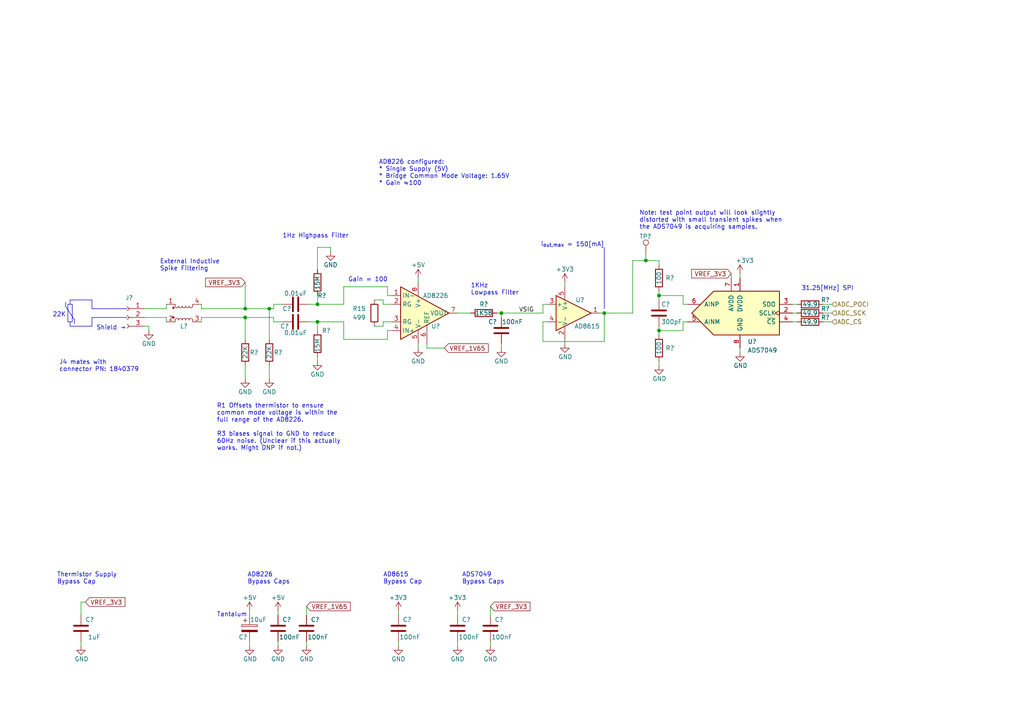
<source format=kicad_sch>
(kicad_sch (version 20230121) (generator eeschema)
  (paper "A4")
  (lib_symbols
    (symbol "Analog_ADC:ADS7049" (pin_names (offset 1.016))
      (property "Reference" "U" (at -7.62 -7.62 0))
      (property "Value" "ADS7049" (at 2.54 -7.62 0))
      (symbol "ADS7049_0_1"
        (polyline (pts (xy -13.97 0) (xy -7.62 6.35) (xy 11.43 6.35) (xy 11.43 -6.35) (xy -7.62 -6.35) (xy -13.97 0)) (stroke (width 0.254)) (fill (type background)))
      )
      (symbol "ADS7049_1_1"
        (pin power_in line (at 0 10.16 270) (length 3.81) (name "DVDD") (number "1"))
        (pin input clock (at 15.24 0 180) (length 3.81) (name "SCLK") (number "2"))
        (pin output line (at 15.24 2.54 180) (length 3.81) (name "SDO") (number "3"))
        (pin input line (at 15.24 -2.54 180) (length 3.81) (name "~{CS}") (number "4"))
        (pin input line (at -15.24 -2.54 0) (length 3.81) (name "AINM") (number "5"))
        (pin input line (at -15.24 2.54 0) (length 3.81) (name "AINP") (number "6"))
        (pin power_in line (at -2.54 10.16 270) (length 3.81) (name "AVDD") (number "7"))
        (pin power_in line (at 0 -10.16 90) (length 3.81) (name "GND") (number "8"))
      )
    )
    (symbol "Connector:Conn_01x03_Female" (pin_names (offset 1.016) hide)
      (property "Reference" "J" (at 0 5.08 0))
      (property "Value" "Conn_01x03_Female" (at 0 -5.08 0))
      (symbol "Conn_01x03_Female_1_1"
        (arc (start 0 -2.032) (mid -0.5058 -2.54) (end 0 -3.048) (stroke (width 0.1524)))
        (polyline (pts (xy -1.27 -2.54) (xy -0.508 -2.54)) (stroke (width 0.1524)))
        (polyline (pts (xy -1.27 0) (xy -0.508 0)) (stroke (width 0.1524)))
        (polyline (pts (xy -1.27 2.54) (xy -0.508 2.54)) (stroke (width 0.1524)))
        (arc (start 0 0.508) (mid -0.5058 0) (end 0 -0.508) (stroke (width 0.1524)))
        (arc (start 0 3.048) (mid -0.5058 2.54) (end 0 2.032) (stroke (width 0.1524)))
        (pin passive line (at -5.08 2.54 0) (length 3.81) (name "Pin_1") (number "1"))
        (pin passive line (at -5.08 0 0) (length 3.81) (name "Pin_2") (number "2"))
        (pin passive line (at -5.08 -2.54 0) (length 3.81) (name "Pin_3") (number "3"))
      )
    )
    (symbol "Connector:TestPoint" (pin_numbers hide) (pin_names (offset 0.762) hide)
      (property "Reference" "TP" (at 0 6.858 0))
      (property "Value" "TestPoint" (at 0 5.08 0))
      (symbol "TestPoint_0_1"
        (circle (center 0 3.302) (radius 0.762))
      )
      (symbol "TestPoint_1_1"
        (pin passive line (at 0 0 90) (length 2.54) (name "1") (number "1"))
      )
    )
    (symbol "Device:C" (pin_numbers hide) (pin_names (offset 0.254))
      (property "Reference" "C" (at 0.635 2.54 0))
      (property "Value" "C" (at 0.635 -2.54 0))
      (symbol "C_0_1"
        (polyline (pts (xy -2.032 -0.762) (xy 2.032 -0.762)) (stroke (width 0.508)))
        (polyline (pts (xy -2.032 0.762) (xy 2.032 0.762)) (stroke (width 0.508)))
      )
      (symbol "C_1_1"
        (pin passive line (at 0 3.81 270) (length 2.794) (name "~") (number "1"))
        (pin passive line (at 0 -3.81 90) (length 2.794) (name "~") (number "2"))
      )
    )
    (symbol "Device:C_Polarized" (pin_numbers hide) (pin_names (offset 0.254))
      (property "Reference" "C" (at 0.635 2.54 0))
      (property "Value" "C_Polarized" (at 0.635 -2.54 0))
      (symbol "C_Polarized_0_1"
        (rectangle (start -2.286 0.508) (end 2.286 1.016))
        (polyline (pts (xy -1.778 2.286) (xy -0.762 2.286)))
        (polyline (pts (xy -1.27 2.794) (xy -1.27 1.778)))
        (rectangle (start 2.286 -0.508) (end -2.286 -1.016) (fill (type outline)))
      )
      (symbol "C_Polarized_1_1"
        (pin passive line (at 0 3.81 270) (length 2.794) (name "~") (number "1"))
        (pin passive line (at 0 -3.81 90) (length 2.794) (name "~") (number "2"))
      )
    )
    (symbol "Device:L_Coupled_1423" (pin_names (offset 0.254) hide)
      (property "Reference" "L" (at 0 4.445 0))
      (property "Value" "L_Coupled_1423" (at 0 -4.445 0))
      (symbol "L_Coupled_1423_0_1"
        (circle (center -3.048 -1.27) (radius 0.254) (fill (type outline)))
        (circle (center -3.048 1.524) (radius 0.254) (fill (type outline)))
        (arc (start -2.54 2.032) (mid -2.032 1.5262) (end -1.524 2.032))
        (arc (start -1.524 -2.032) (mid -2.032 -1.5262) (end -2.54 -2.032))
        (arc (start -1.524 2.032) (mid -1.016 1.5262) (end -0.508 2.032))
        (arc (start -0.508 -2.032) (mid -1.016 -1.5262) (end -1.524 -2.032))
        (arc (start -0.508 2.032) (mid 0 1.5262) (end 0.508 2.032))
        (polyline (pts (xy -2.54 -2.032) (xy -2.54 -2.54)))
        (polyline (pts (xy -2.54 2.032) (xy -2.54 2.54)))
        (polyline (pts (xy 2.54 -2.032) (xy 2.54 -2.54)))
        (polyline (pts (xy 2.54 2.54) (xy 2.54 2.032)))
        (arc (start 0.508 -2.032) (mid 0 -1.5262) (end -0.508 -2.032))
        (arc (start 0.508 2.032) (mid 1.016 1.5262) (end 1.524 2.032))
        (arc (start 1.524 -2.032) (mid 1.016 -1.5262) (end 0.508 -2.032))
        (arc (start 1.524 2.032) (mid 2.032 1.5262) (end 2.54 2.032))
        (arc (start 2.54 -2.032) (mid 2.032 -1.5262) (end 1.524 -2.032))
      )
      (symbol "L_Coupled_1423_1_1"
        (pin passive line (at -5.08 2.54 0) (length 2.54) (name "1") (number "1"))
        (pin passive line (at -5.08 -2.54 0) (length 2.54) (name "2") (number "2"))
        (pin passive line (at 5.08 -2.54 180) (length 2.54) (name "3") (number "3"))
        (pin passive line (at 5.08 2.54 180) (length 2.54) (name "4") (number "4"))
      )
    )
    (symbol "Device:R" (pin_numbers hide) (pin_names (offset 0))
      (property "Reference" "R" (at 2.032 0 90))
      (property "Value" "R" (at 0 0 90))
      (symbol "R_0_1"
        (rectangle (start -1.016 -2.54) (end 1.016 2.54) (stroke (width 0.254)))
      )
      (symbol "R_1_1"
        (pin passive line (at 0 3.81 270) (length 1.27) (name "~") (number "1"))
        (pin passive line (at 0 -3.81 90) (length 1.27) (name "~") (number "2"))
      )
    )
    (symbol "kicad_component_library:AD8226" (pin_names (offset 0.5))
      (property "Reference" "U" (at 3.81 3.81 0))
      (property "Value" "AD8226" (at 3.81 -3.81 0))
      (symbol "AD8226_0_1"
        (polyline (pts (xy 8.89 0) (xy -5.08 7.62) (xy -5.08 -7.62) (xy 8.89 0)) (stroke (width 0.254)) (fill (type background)))
      )
      (symbol "AD8226_1_1"
        (pin input line (at -7.62 5.08 0) (length 2.54) (name "IN-") (number "1"))
        (pin passive line (at -7.62 2.54 0) (length 2.54) (name "RG") (number "2"))
        (pin passive line (at -7.62 -2.54 0) (length 2.54) (name "RG") (number "3"))
        (pin input line (at -7.62 -5.08 0) (length 2.54) (name "IN+") (number "4"))
        (pin power_in line (at 0 -8.89 90) (length 4) (name "V-") (number "5"))
        (pin input line (at 2.54 -8.89 90) (length 5.3) (name "REF") (number "6"))
        (pin output line (at 11.43 0 180) (length 2.54) (name "VOUT") (number "7"))
        (pin power_in line (at 0 8.89 270) (length 4) (name "V+") (number "8"))
      )
    )
    (symbol "kicad_component_library:AD8615" (pin_names (offset 0.127))
      (property "Reference" "U" (at 0 5.08 0))
      (property "Value" "AD8615" (at 0 -5.08 0))
      (symbol "AD8615_0_1"
        (polyline (pts (xy -5.08 5.08) (xy 5.08 0) (xy -5.08 -5.08) (xy -5.08 5.08)) (stroke (width 0.254)) (fill (type background)))
        (pin power_in line (at -2.54 -7.62 90) (length 3.81) (name "V-") (number "2"))
        (pin power_in line (at -2.54 7.62 270) (length 3.81) (name "V+") (number "5"))
      )
      (symbol "AD8615_1_1"
        (pin output line (at 7.62 0 180) (length 2.54) (name "~") (number "1"))
        (pin input line (at -7.62 2.54 0) (length 2.54) (name "+") (number "3"))
        (pin input line (at -7.62 -2.54 0) (length 2.54) (name "-") (number "4"))
      )
    )
    (symbol "power:+3V3" (power) (pin_names (offset 0))
      (property "Value" "+3V3" (at 0 3.556 0))
      (symbol "+3V3_0_1"
        (polyline (pts (xy -0.762 1.27) (xy 0 2.54)))
        (polyline (pts (xy 0 0) (xy 0 2.54)))
        (polyline (pts (xy 0 2.54) (xy 0.762 1.27)))
      )
      (symbol "+3V3_1_1"
        (pin power_in line (at 0 0 90) (length 0) hide (name "+3V3") (number "1"))
      )
    )
    (symbol "power:+5V" (power) (pin_names (offset 0))
      (property "Value" "+5V" (at 0 3.556 0))
      (symbol "+5V_0_1"
        (polyline (pts (xy -0.762 1.27) (xy 0 2.54)))
        (polyline (pts (xy 0 0) (xy 0 2.54)))
        (polyline (pts (xy 0 2.54) (xy 0.762 1.27)))
      )
      (symbol "+5V_1_1"
        (pin power_in line (at 0 0 90) (length 0) hide (name "+5V") (number "1"))
      )
    )
    (symbol "power:GND" (power) (pin_names (offset 0))
      (property "Value" "GND" (at 0 -3.81 0))
      (symbol "GND_0_1"
        (polyline (pts (xy 0 0) (xy 0 -1.27) (xy 1.27 -1.27) (xy 0 -2.54) (xy -1.27 -1.27) (xy 0 -1.27)))
      )
      (symbol "GND_1_1"
        (pin power_in line (at 0 0 270) (length 0) hide (name "GND") (number "1"))
      )
    )
  )
  (junction (at 145.415 90.805))
  (junction (at 175.26 90.805))
  (junction (at 92.075 88.265))
  (junction (at 191.135 85.725))
  (junction (at 78.105 89.535))
  (junction (at 191.135 95.885))
  (junction (at 71.12 89.535))
  (junction (at 92.075 93.345))
  (junction (at 187.325 75.565))
  (junction (at 71.12 92.075))
  (polyline (pts (xy 19.685 88.265) (xy 20.955 88.265)))
  (wire (pts (xy 58.42 92.075) (xy 71.12 92.075)))
  (polyline (pts (xy 21.59 92.71) (xy 21.59 93.98)))
  (wire (pts (xy 183.515 75.565) (xy 183.515 90.805)))
  (wire (pts (xy 183.515 75.565) (xy 187.325 75.565)))
  (wire (pts (xy 78.105 89.535) (xy 78.105 98.425)))
  (wire (pts (xy 115.57 186.055) (xy 115.57 187.325)))
  (polyline (pts (xy 26.67 86.995) (xy 26.67 89.535)))
  (polyline (pts (xy 20.32 93.345) (xy 20.32 94.615)))
  (wire (pts (xy 121.285 99.695) (xy 121.285 100.965)))
  (wire (pts (xy 71.12 92.075) (xy 71.12 98.425)))
  (wire (pts (xy 214.63 79.375) (xy 214.63 80.645)))
  (wire (pts (xy 163.83 81.915) (xy 163.83 83.185)))
  (wire (pts (xy 78.105 89.535) (xy 79.375 89.535)))
  (polyline (pts (xy 26.67 86.995) (xy 20.32 86.995)))
  (polyline (pts (xy 20.955 93.345) (xy 19.685 93.345)))
  (polyline (pts (xy 19.05 87.63) (xy 19.05 88.9)))
  (wire (pts (xy 80.645 177.165) (xy 80.645 178.435)))
  (wire (pts (xy 187.325 73.66) (xy 187.325 75.565)))
  (wire (pts (xy 92.075 93.345) (xy 92.075 95.885)))
  (wire (pts (xy 89.535 93.345) (xy 92.075 93.345)))
  (wire (pts (xy 92.075 88.265) (xy 92.075 85.725)))
  (wire (pts (xy 175.26 90.805) (xy 183.515 90.805)))
  (wire (pts (xy 112.395 95.885) (xy 112.395 98.425)))
  (wire (pts (xy 48.26 92.075) (xy 41.91 92.075)))
  (polyline (pts (xy 20.32 94.615) (xy 26.67 94.615)))
  (wire (pts (xy 191.135 94.615) (xy 191.135 95.885)))
  (wire (pts (xy 199.39 93.345) (xy 198.12 93.345)))
  (wire (pts (xy 92.075 93.345) (xy 99.695 93.345)))
  (wire (pts (xy 142.24 175.895) (xy 142.24 178.435)))
  (wire (pts (xy 43.18 94.615) (xy 43.18 95.885)))
  (wire (pts (xy 71.12 89.535) (xy 78.105 89.535)))
  (wire (pts (xy 41.91 89.535) (xy 48.26 89.535)))
  (wire (pts (xy 24.765 174.625) (xy 23.495 174.625)))
  (wire (pts (xy 23.495 186.055) (xy 23.495 187.325)))
  (wire (pts (xy 175.26 90.805) (xy 173.99 90.805)))
  (wire (pts (xy 78.105 106.045) (xy 78.105 109.855)))
  (wire (pts (xy 142.24 186.055) (xy 142.24 187.325)))
  (polyline (pts (xy 26.67 92.075) (xy 36.83 92.075)))
  (wire (pts (xy 157.48 93.345) (xy 157.48 99.06)))
  (polyline (pts (xy 19.05 88.9) (xy 21.59 92.71)))
  (wire (pts (xy 92.075 88.265) (xy 99.695 88.265)))
  (wire (pts (xy 99.695 83.185) (xy 112.395 83.185)))
  (wire (pts (xy 88.9 175.895) (xy 88.9 178.435)))
  (wire (pts (xy 41.91 94.615) (xy 43.18 94.615)))
  (wire (pts (xy 212.09 79.375) (xy 212.09 80.645)))
  (wire (pts (xy 191.135 95.885) (xy 191.135 97.155)))
  (wire (pts (xy 145.415 92.075) (xy 145.415 90.805)))
  (wire (pts (xy 79.375 88.265) (xy 81.915 88.265)))
  (wire (pts (xy 191.135 76.835) (xy 191.135 75.565)))
  (wire (pts (xy 191.135 84.455) (xy 191.135 85.725)))
  (wire (pts (xy 123.825 100.965) (xy 128.905 100.965)))
  (polyline (pts (xy 20.32 86.995) (xy 20.32 88.265)))
  (wire (pts (xy 238.76 93.345) (xy 241.3 93.345)))
  (wire (pts (xy 99.695 88.265) (xy 99.695 83.185)))
  (wire (pts (xy 79.375 92.075) (xy 79.375 93.345)))
  (wire (pts (xy 89.535 88.265) (xy 92.075 88.265)))
  (wire (pts (xy 157.48 88.265) (xy 157.48 90.805)))
  (wire (pts (xy 115.57 177.165) (xy 115.57 178.435)))
  (wire (pts (xy 198.12 93.345) (xy 198.12 95.885)))
  (polyline (pts (xy 36.83 89.535) (xy 26.67 89.535)))
  (wire (pts (xy 72.39 186.055) (xy 72.39 187.325)))
  (wire (pts (xy 112.395 98.425) (xy 99.695 98.425)))
  (polyline (pts (xy 26.67 94.615) (xy 26.67 92.075)))
  (wire (pts (xy 175.26 90.805) (xy 175.26 99.06)))
  (wire (pts (xy 58.42 92.075) (xy 58.42 93.345)))
  (wire (pts (xy 199.39 88.265) (xy 198.12 88.265)))
  (wire (pts (xy 95.885 71.755) (xy 95.885 73.025)))
  (wire (pts (xy 158.75 93.345) (xy 157.48 93.345)))
  (polyline (pts (xy 19.685 88.265) (xy 19.685 93.345)))
  (wire (pts (xy 111.125 94.615) (xy 111.125 93.345)))
  (wire (pts (xy 80.645 186.055) (xy 80.645 187.325)))
  (wire (pts (xy 113.665 95.885) (xy 112.395 95.885)))
  (wire (pts (xy 23.495 174.625) (xy 23.495 178.435)))
  (wire (pts (xy 132.715 186.055) (xy 132.715 187.325)))
  (wire (pts (xy 111.125 88.265) (xy 111.125 86.995)))
  (wire (pts (xy 58.42 89.535) (xy 58.42 88.265)))
  (wire (pts (xy 145.415 90.805) (xy 144.145 90.805)))
  (wire (pts (xy 111.125 86.995) (xy 108.585 86.995)))
  (wire (pts (xy 145.415 90.805) (xy 157.48 90.805)))
  (wire (pts (xy 111.125 93.345) (xy 113.665 93.345)))
  (wire (pts (xy 214.63 100.965) (xy 214.63 102.235)))
  (wire (pts (xy 145.415 99.695) (xy 145.415 100.965)))
  (wire (pts (xy 112.395 85.725) (xy 113.665 85.725)))
  (wire (pts (xy 71.12 106.045) (xy 71.12 109.855)))
  (wire (pts (xy 191.135 75.565) (xy 187.325 75.565)))
  (wire (pts (xy 191.135 104.775) (xy 191.135 106.045)))
  (wire (pts (xy 108.585 94.615) (xy 111.125 94.615)))
  (wire (pts (xy 92.075 71.755) (xy 92.075 78.105)))
  (wire (pts (xy 238.76 90.805) (xy 241.3 90.805)))
  (wire (pts (xy 92.075 103.505) (xy 92.075 104.775)))
  (wire (pts (xy 92.075 71.755) (xy 95.885 71.755)))
  (wire (pts (xy 163.83 98.425) (xy 163.83 99.695)))
  (wire (pts (xy 191.135 85.725) (xy 191.135 86.995)))
  (wire (pts (xy 79.375 93.345) (xy 81.915 93.345)))
  (wire (pts (xy 72.39 177.165) (xy 72.39 178.435)))
  (wire (pts (xy 88.9 186.055) (xy 88.9 187.325)))
  (wire (pts (xy 238.76 88.265) (xy 241.3 88.265)))
  (wire (pts (xy 132.715 177.165) (xy 132.715 178.435)))
  (wire (pts (xy 229.87 88.265) (xy 231.14 88.265)))
  (wire (pts (xy 229.87 90.805) (xy 231.14 90.805)))
  (wire (pts (xy 132.715 90.805) (xy 136.525 90.805)))
  (wire (pts (xy 157.48 88.265) (xy 158.75 88.265)))
  (wire (pts (xy 198.12 88.265) (xy 198.12 85.725)))
  (wire (pts (xy 79.375 89.535) (xy 79.375 88.265)))
  (wire (pts (xy 198.12 95.885) (xy 191.135 95.885)))
  (wire (pts (xy 71.12 81.915) (xy 71.12 89.535)))
  (wire (pts (xy 99.695 98.425) (xy 99.695 93.345)))
  (wire (pts (xy 157.48 99.06) (xy 175.26 99.06)))
  (polyline (pts (xy 175.26 71.755) (xy 175.26 89.535)))
  (wire (pts (xy 198.12 85.725) (xy 191.135 85.725)))
  (wire (pts (xy 71.12 92.075) (xy 79.375 92.075)))
  (wire (pts (xy 123.825 99.695) (xy 123.825 100.965)))
  (wire (pts (xy 113.665 88.265) (xy 111.125 88.265)))
  (wire (pts (xy 112.395 83.185) (xy 112.395 85.725)))
  (polyline (pts (xy 20.955 88.265) (xy 20.955 93.345)))
  (wire (pts (xy 58.42 89.535) (xy 71.12 89.535)))
  (wire (pts (xy 229.87 93.345) (xy 231.14 93.345)))
  (wire (pts (xy 121.285 80.645) (xy 121.285 81.915)))
  (wire (pts (xy 48.26 93.345) (xy 48.26 92.075)))
  (wire (pts (xy 48.26 89.535) (xy 48.26 88.265)))
  (text "J4 mates with \nconnector PN: 1840379" (at 17.145 107.95 0) (effects (font (size 1.27 1.27)) (justify left bottom)))
  (text "Thermistor Supply\nBypass Cap" (at 16.51 169.545 0) (effects (font (size 1.27 1.27)) (justify left bottom)))
  (text "Shield →" (at 27.94 95.885 0) (effects (font (size 1.27 1.27)) (justify left bottom)))
  (text "Tantalum" (at 62.865 179.07 0) (effects (font (size 1.27 1.27)) (justify left bottom)))
  (text "Note: test point output will look slightly \ndistorted with small transient spikes when\nthe ADS7049 is acquiring samples." (at 185.42 66.675 0) (effects (font (size 1.27 1.27)) (justify left bottom)))
  (text "i_{out,max} = 150[mA]" (at 175.26 71.755 0) (effects (font (size 1.27 1.27)) (justify right bottom)))
  (text "ADS7049\nBypass Caps" (at 133.985 169.545 0) (effects (font (size 1.27 1.27)) (justify left bottom)))
  (text "R1 Offsets thermistor to ensure \ncommon mode voltage is within the \nfull range of the AD8226.\n\nR3 biases signal to GND to reduce\n60Hz noise. (Unclear if this actually\nworks. Might DNP if not.)" (at 62.865 130.81 0) (effects (font (size 1.27 1.27)) (justify left bottom)))
  (text "1Hz Highpass Filter" (at 81.915 69.215 0) (effects (font (size 1.27 1.27)) (justify left bottom)))
  (text "AD8615\nBypass Cap" (at 111.125 169.545 0) (effects (font (size 1.27 1.27)) (justify left bottom)))
  (text "AD8226 configured:\n* Single Supply (5V)\n* Bridge Common Mode Voltage: 1.65V\n* Gain ≈100" (at 109.855 53.975 0) (effects (font (size 1.27 1.27)) (justify left bottom)))
  (text "31.25[MHz] SPI" (at 232.41 84.455 0) (effects (font (size 1.27 1.27)) (justify left bottom)))
  (text "External Inductive\nSpike Filtering" (at 46.355 78.74 0) (effects (font (size 1.27 1.27)) (justify left bottom)))
  (text "22K" (at 15.24 92.075 0) (effects (font (size 1.27 1.27)) (justify left bottom)))
  (text "AD8226\nBypass Caps" (at 71.755 169.545 0) (effects (font (size 1.27 1.27)) (justify left bottom)))
  (text "1KHz\nLowpass Filter" (at 136.525 85.725 0) (effects (font (size 1.27 1.27)) (justify left bottom)))
  (text "Gain = 100" (at 100.965 81.915 0) (effects (font (size 1.27 1.27)) (justify left bottom)))
  (label "VSIG" (at 150.495 90.805 0))
  (global_label "VREF_3V3" (shape input) (at 212.09 79.375 180) (property "Intersheetrefs" "${INTERSHEET_REFS}" (effects hide)))
  (global_label "VREF_3V3" (shape input) (at 24.765 174.625 0) (property "Intersheetrefs" "${INTERSHEET_REFS}" (effects hide)))
  (global_label "VREF_3V3" (shape input) (at 71.12 81.915 180) (property "Intersheetrefs" "${INTERSHEET_REFS}" (effects hide)))
  (global_label "VREF_3V3" (shape input) (at 142.24 175.895 0) (property "Intersheetrefs" "${INTERSHEET_REFS}" (effects hide)))
  (global_label "VREF_1V65" (shape input) (at 88.9 175.895 0) (property "Intersheetrefs" "${INTERSHEET_REFS}" (effects hide)))
  (global_label "VREF_1V65" (shape input) (at 128.905 100.965 0) (property "Intersheetrefs" "${INTERSHEET_REFS}" (effects hide)))
  (hierarchical_label "ADC_POCI" (shape input) (at 241.3 88.265 0))
  (hierarchical_label "ADC_CS" (shape input) (at 241.3 93.345 0))
  (hierarchical_label "ADC_SCK" (shape input) (at 241.3 90.805 0))
  (symbol (lib_id "Device:C") (at 115.57 182.245 180) (unit 1)
    (property "Reference" "C?" (at 119.38 179.705 0) (effects (justify left)))
    (property "Value" "100nF" (at 121.92 184.785 0) (effects (justify left)))
    (property "Footprint" "Capacitor_SMD:C_0402_1005Metric" (effects hide))
    (property "Datasheet" "http://www.passivecomponent.com/wp-content/uploads/datasheet/WTC_MLCC_General_Purpose.pdf" (effects hide))
    (property "Link" "https://www.digikey.com/en/products/detail/walsin-technology-corporation/0402B104K160CT/6707534" (effects hide))
    (property "Manufacturer" "Walson Technology Corporation" (effects hide))
    (property "Manufacturer Number" "0402B104K160CT" (effects hide))
    (property "Rated Voltage" "16V" (effects hide))
    (property "Temperature Coefficient" "X7R" (effects hide))
    (property "Tolerance" "10%" (effects hide))
    (property "PCBWay Link" "https://www.pcbway.com/components/detail/0402B104K160CT/307171/" (effects hide))
    (property "Voltage" "16V" (effects hide))
    (instances (project "sniff_detector" (path "" (reference "C?") (unit 1)) (path "" (reference "C30") (unit 1))) (project "harp_treadmill" (path "" (reference "C?") (unit 1)) (path "" (reference "C?") (unit 1)) (path "" (reference "C?") (unit 1))))
  )
  (symbol (lib_id "power:+3V3") (at 115.57 177.165 0) (mirror y) (unit 1)
    (property "Reference" "#PWR?" (effects hide))
    (property "Value" "+3V3" (at 118.11 173.355 0) (effects (justify left)))
    (instances (project "sniff_detector" (path "" (reference "#PWR?") (unit 1)) (path "" (reference "#PWR062") (unit 1))) (project "harp_treadmill" (path "" (reference "#PWR?") (unit 1)) (path "" (reference "#PWR?") (unit 1)) (path "" (reference "#PWR?") (unit 1))))
  )
  (symbol (lib_id "Device:C") (at 191.135 90.805 0) (unit 1)
    (property "Reference" "C?" (at 191.77 88.265 0) (effects (justify left)))
    (property "Value" "300pF" (at 191.77 93.345 0) (effects (justify left)))
    (property "Footprint" "Capacitor_SMD:C_0402_1005Metric" (effects hide))
    (property "Datasheet" "https://search.murata.co.jp/Ceramy/image/img/A01X/G101/ENG/GCM1555C1H301FA16-01.pdf" (effects hide))
    (property "Link" "https://www.digikey.com/en/products/detail/murata-electronics/GCM1555C1H301FA16D/11618636" (effects hide))
    (property "Manufacturer Number" "GCM1555C1H301FA16D" (effects hide))
    (property "Manufacturer" "Murata Electronics" (effects hide))
    (property "Notes" "NP0" (effects hide))
    (property "Tolerance" "1%" (effects hide))
    (instances (project "sniff_detector" (path "" (reference "C?") (unit 1)) (path "" (reference "C52") (unit 1))) (project "harp_treadmill" (path "" (reference "C?") (unit 1))))
  )
  (symbol (lib_id "Device:C_Polarized") (at 72.39 182.245 0) (unit 1)
    (property "Reference" "C?" (at 70.485 184.785 0))
    (property "Value" "10uF" (at 74.93 179.705 0))
    (property "Footprint" "Capacitor_SMD:C_0805_2012Metric" (effects hide))
    (property "Datasheet" "https://connect.kemet.com:7667/gateway/IntelliData-ComponentDocumentation/1.0/download/specsheet/T529P106M010AAE200" (effects hide))
    (property "Link" "https://www.digikey.com/en/products/detail/kemet/T529P106M010AAE200/8582783" (effects hide))
    (property "Manufacturer" "Kemet" (effects hide))
    (property "Manufacturer Number" "T529P106M010AAE200" (effects hide))
    (property "Rated Voltage" "10V" (effects hide))
    (property "Tolerance" "20%" (effects hide))
    (property "Notes" "polarized, anode band" (effects hide))
    (property "Voltage" "10V" (effects hide))
    (instances (project "sniff_detector" (path "" (reference "C?") (unit 1)) (path "" (reference "C20") (unit 1))) (project "harp_treadmill" (path "" (reference "C?") (unit 1))))
  )
  (symbol (lib_id "Device:C") (at 142.24 182.245 180) (unit 1)
    (property "Reference" "C?" (at 146.05 179.705 0) (effects (justify left)))
    (property "Value" "100nF" (at 148.59 184.785 0) (effects (justify left)))
    (property "Footprint" "Capacitor_SMD:C_0402_1005Metric" (effects hide))
    (property "Datasheet" "http://www.passivecomponent.com/wp-content/uploads/datasheet/WTC_MLCC_General_Purpose.pdf" (effects hide))
    (property "Link" "https://www.digikey.com/en/products/detail/walsin-technology-corporation/0402B104K160CT/6707534" (effects hide))
    (property "Manufacturer" "Walson Technology Corporation" (effects hide))
    (property "Manufacturer Number" "0402B104K160CT" (effects hide))
    (property "Rated Voltage" "16V" (effects hide))
    (property "Temperature Coefficient" "X7R" (effects hide))
    (property "Tolerance" "10%" (effects hide))
    (property "PCBWay Link" "https://www.pcbway.com/components/detail/0402B104K160CT/307171/" (effects hide))
    (property "Voltage" "16V" (effects hide))
    (instances (project "sniff_detector" (path "" (reference "C?") (unit 1)) (path "" (reference "C33") (unit 1))) (project "harp_treadmill" (path "" (reference "C?") (unit 1)) (path "" (reference "C?") (unit 1)) (path "" (reference "C?") (unit 1))))
  )
  (symbol (lib_id "Device:C") (at 145.415 95.885 0) (unit 1)
    (property "Reference" "C?" (at 142.875 93.345 0))
    (property "Value" "100nF" (at 148.59 93.345 0))
    (property "Footprint" "Capacitor_SMD:C_0402_1005Metric" (effects hide))
    (property "Datasheet" "http://www.passivecomponent.com/wp-content/uploads/datasheet/WTC_MLCC_General_Purpose.pdf" (effects hide))
    (property "Link" "https://www.digikey.com/en/products/detail/walsin-technology-corporation/0402B104K160CT/6707534" (effects hide))
    (property "Manufacturer" "Walson Technology Corporation" (effects hide))
    (property "Manufacturer Number" "0402B104K160CT" (effects hide))
    (property "Tolerance" "10%" (effects hide))
    (property "Voltage" "16V" (effects hide))
    (property "PCBWay Link" "https://www.pcbway.com/components/detail/0402B104K160CT/307171/" (effects hide))
    (property "Rated Voltage" "16V" (effects hide))
    (property "Temperature Coefficient" "X7R" (effects hide))
    (instances (project "sniff_detector" (path "" (reference "C?") (unit 1)) (path "" (reference "C34") (unit 1))))
  )
  (symbol (lib_id "power:+3V3") (at 163.83 81.915 0) (unit 1)
    (property "Reference" "#PWR?" (effects hide))
    (property "Value" "+3V3" (at 163.83 78.105 0))
    (instances (project "sniff_detector" (path "" (reference "#PWR?") (unit 1)) (path "" (reference "#PWR070") (unit 1))) (project "harp_treadmill" (path "" (reference "#PWR?") (unit 1)) (path "" (reference "#PWR?") (unit 1))))
  )
  (symbol (lib_id "power:GND") (at 132.715 187.325 0) (unit 1)
    (property "Reference" "#PWR?" (effects hide))
    (property "Value" "GND" (at 132.715 191.135 0))
    (instances (project "sniff_detector" (path "" (reference "#PWR?") (unit 1)) (path "" (reference "#PWR068") (unit 1))) (project "harp_treadmill" (path "" (reference "#PWR?") (unit 1)) (path "" (reference "#PWR?") (unit 1)) (path "" (reference "#PWR?") (unit 1))))
  )
  (symbol (lib_id "kicad_component_library:AD8615") (at 166.37 90.805 0) (unit 1)
    (property "Reference" "U?" (at 169.545 86.995 0) (effects (justify right)))
    (property "Value" "AD8615" (at 173.99 94.615 0) (effects (justify right)))
    (property "Footprint" "Package_TO_SOT_SMD:TSOT-23-5" (effects hide))
    (property "Datasheet" "https://www.analog.com/media/en/technical-documentation/data-sheets/AD8615_8616_8618.pdf" (effects hide))
    (property "Manufacturer" "Analog Devices Inc." (effects hide))
    (property "Link" "https://www.digikey.com/en/products/detail/analog-devices-inc/AD8615AUJZ-REEL/993826" (effects hide))
    (property "Manufacturer Number" "AD8615AUJZ-REEL" (effects hide))
    (instances (project "sniff_detector" (path "" (reference "U?") (unit 1)) (path "" (reference "U6") (unit 1))) (project "harp_treadmill" (path "" (reference "U?") (unit 1)) (path "" (reference "U?") (unit 1))))
  )
  (symbol (lib_id "power:GND") (at 115.57 187.325 0) (unit 1)
    (property "Reference" "#PWR?" (effects hide))
    (property "Value" "GND" (at 115.57 191.135 0))
    (instances (project "sniff_detector" (path "" (reference "#PWR?") (unit 1)) (path "" (reference "#PWR063") (unit 1))) (project "harp_treadmill" (path "" (reference "#PWR?") (unit 1)) (path "" (reference "#PWR?") (unit 1)) (path "" (reference "#PWR?") (unit 1))))
  )
  (symbol (lib_id "Device:C") (at 80.645 182.245 180) (unit 1)
    (property "Reference" "C?" (at 84.455 179.705 0) (effects (justify left)))
    (property "Value" "100nF" (at 86.995 184.785 0) (effects (justify left)))
    (property "Footprint" "Capacitor_SMD:C_0402_1005Metric" (effects hide))
    (property "Datasheet" "http://www.passivecomponent.com/wp-content/uploads/datasheet/WTC_MLCC_General_Purpose.pdf" (effects hide))
    (property "Link" "https://www.digikey.com/en/products/detail/walsin-technology-corporation/0402B104K160CT/6707534" (effects hide))
    (property "Manufacturer" "Walson Technology Corporation" (effects hide))
    (property "Manufacturer Number" "0402B104K160CT" (effects hide))
    (property "Rated Voltage" "16V" (effects hide))
    (property "Temperature Coefficient" "X7R" (effects hide))
    (property "Tolerance" "10%" (effects hide))
    (property "PCBWay Link" "https://www.pcbway.com/components/detail/0402B104K160CT/307171/" (effects hide))
    (property "Voltage" "16V" (effects hide))
    (instances (project "sniff_detector" (path "" (reference "C?") (unit 1)) (path "" (reference "C21") (unit 1))) (project "harp_treadmill" (path "" (reference "C?") (unit 1)) (path "" (reference "C?") (unit 1))))
  )
  (symbol (lib_id "power:GND") (at 95.885 73.025 0) (unit 1)
    (property "Reference" "#PWR?" (effects hide))
    (property "Value" "GND" (at 95.885 76.835 0))
    (instances (project "sniff_detector" (path "" (reference "#PWR?") (unit 1)) (path "" (reference "#PWR043") (unit 1))) (project "harp_treadmill" (path "" (reference "#PWR?") (unit 1)) (path "" (reference "#PWR?") (unit 1)) (path "" (reference "#PWR?") (unit 1))))
  )
  (symbol (lib_id "Device:C") (at 23.495 182.245 0) (mirror x) (unit 1)
    (property "Reference" "C?" (at 26.035 179.705 0))
    (property "Value" "1uF" (at 27.305 184.785 0))
    (property "Footprint" "Capacitor_SMD:C_0402_1005Metric" (effects hide))
    (property "Datasheet" "https://search.murata.co.jp/Ceramy/image/img/A01X/G101/ENG/GRM155R6YA105KE11-01.pdf" (effects hide))
    (property "Link" "https://www.digikey.com/en/products/detail/murata-electronics/GRM155R6YA105KE11J/4905163" (effects hide))
    (property "Manufacturer" "Murata Electronics" (effects hide))
    (property "Manufacturer Number" "GRM155R6YA105KE11J" (effects hide))
    (property "Voltage" "35V" (effects hide))
    (property "Rated Voltage" "35V" (effects hide))
    (property "Temperature Coefficient" "X5R" (effects hide))
    (instances (project "sniff_detector" (path "" (reference "C?") (unit 1)) (path "" (reference "C4") (unit 1))))
  )
  (symbol (lib_id "Device:R") (at 92.075 99.695 0) (unit 1)
    (property "Reference" "R?" (at 93.345 95.885 0) (effects (justify left)))
    (property "Value" "15M" (at 92.075 102.235 90) (effects (justify left)))
    (property "Footprint" "Resistor_SMD:R_1206_3216Metric" (effects hide))
    (property "Datasheet" "https://www.vishay.com/docs/68043/crma.pdf" (effects hide))
    (property "Link" "https://www.digikey.com/en/products/detail/vishay-techno/CRMA1206AF15M0FKEF/13998654" (effects hide))
    (property "Manufacturer Number" "CRMA1206AF15M0FKEF" (effects hide))
    (property "Manufacturer" "Vishay Dale" (effects hide))
    (property "Tolerance" "1%" (effects hide))
    (property "Vendor Number" "3579-CRMA1206AF15M0FKEFDKR-ND" (effects hide))
    (instances (project "sniff_detector" (path "" (reference "R?") (unit 1)) (path "" (reference "R14") (unit 1))))
  )
  (symbol (lib_id "power:GND") (at 145.415 100.965 0) (unit 1)
    (property "Reference" "#PWR?" (effects hide))
    (property "Value" "GND" (at 145.415 104.775 0))
    (instances (project "sniff_detector" (path "" (reference "#PWR?") (unit 1)) (path "" (reference "#PWR011") (unit 1))) (project "harp_treadmill" (path "" (reference "#PWR?") (unit 1)) (path "" (reference "#PWR?") (unit 1)) (path "" (reference "#PWR?") (unit 1))))
  )
  (symbol (lib_id "Device:R") (at 78.105 102.235 0) (unit 1)
    (property "Reference" "R?" (at 79.375 102.235 0) (effects (justify left)))
    (property "Value" "22K" (at 78.105 104.14 90) (effects (justify left)))
    (property "Footprint" "Resistor_SMD:R_0603_1608Metric" (effects hide))
    (property "Datasheet" "https://industrial.panasonic.com/cdbs/www-data/pdf/RDM0000/AOA0000C307.pdf" (effects hide))
    (property "Link" "https://www.digikey.com/en/products/detail/panasonic-electronic-components/ERA-3AEB223V/1465886" (effects hide))
    (property "Manufacturer" "Panasonic Electronic Components" (effects hide))
    (property "Manufacturer Number" "ERA-3AEB223V" (effects hide))
    (property "Tolerance" "0.1%" (effects hide))
    (property "PCBWay Link" "https://www.pcbway.com/components/detail/ERA3AEB223V/322519/" (effects hide))
    (instances (project "sniff_detector" (path "" (reference "R?") (unit 1)) (path "" (reference "R18") (unit 1))))
  )
  (symbol (lib_id "Device:C") (at 132.715 182.245 180) (unit 1)
    (property "Reference" "C?" (at 136.525 179.705 0) (effects (justify left)))
    (property "Value" "100nF" (at 139.065 184.785 0) (effects (justify left)))
    (property "Footprint" "Capacitor_SMD:C_0402_1005Metric" (effects hide))
    (property "Datasheet" "http://www.passivecomponent.com/wp-content/uploads/datasheet/WTC_MLCC_General_Purpose.pdf" (effects hide))
    (property "Link" "https://www.digikey.com/en/products/detail/walsin-technology-corporation/0402B104K160CT/6707534" (effects hide))
    (property "Manufacturer" "Walson Technology Corporation" (effects hide))
    (property "Manufacturer Number" "0402B104K160CT" (effects hide))
    (property "Rated Voltage" "16V" (effects hide))
    (property "Temperature Coefficient" "X7R" (effects hide))
    (property "Tolerance" "10%" (effects hide))
    (property "PCBWay Link" "https://www.pcbway.com/components/detail/0402B104K160CT/307171/" (effects hide))
    (property "Voltage" "16V" (effects hide))
    (instances (project "sniff_detector" (path "" (reference "C?") (unit 1)) (path "" (reference "C31") (unit 1))) (project "harp_treadmill" (path "" (reference "C?") (unit 1)) (path "" (reference "C?") (unit 1)) (path "" (reference "C?") (unit 1))))
  )
  (symbol (lib_id "Device:C") (at 85.725 88.265 90) (mirror x) (unit 1)
    (property "Reference" "C?" (at 83.185 89.535 90))
    (property "Value" "0.01uF" (at 85.725 85.09 90))
    (property "Footprint" "Capacitor_SMD:C_1206_3216Metric" (effects hide))
    (property "Link" "https://www.digikey.com/en/products/detail/yageo/cc1206fknpo9bn103/11492165" (effects hide))
    (property "Manufacturer" "Yageo" (effects hide))
    (property "Manufacturer Number" "CC1206FKNPO9BN103" (effects hide))
    (property "Tolerance" "1%" (effects hide))
    (property "Vendor Number" "13-CC1206FKNPO9BN103DKR-ND" (effects hide))
    (instances (project "sniff_detector" (path "" (reference "C?") (unit 1)) (path "" (reference "C27") (unit 1))))
  )
  (symbol (lib_id "power:GND") (at 163.83 99.695 0) (unit 1)
    (property "Reference" "#PWR?" (effects hide))
    (property "Value" "GND" (at 161.925 103.505 0) (effects (justify left)))
    (instances (project "sniff_detector" (path "" (reference "#PWR?") (unit 1)) (path "" (reference "#PWR071") (unit 1))) (project "harp_treadmill" (path "" (reference "#PWR?") (unit 1)) (path "" (reference "#PWR?") (unit 1)) (path "" (reference "#PWR?") (unit 1))))
  )
  (symbol (lib_id "power:+5V") (at 80.645 177.165 0) (unit 1)
    (property "Reference" "#PWR?" (effects hide))
    (property "Value" "+5V" (at 80.645 173.355 0))
    (instances (project "sniff_detector" (path "" (reference "#PWR?") (unit 1)) (path "" (reference "#PWR059") (unit 1))) (project "harp_treadmill" (path "" (reference "#PWR?") (unit 1))))
  )
  (symbol (lib_id "Device:R") (at 234.95 90.805 90) (unit 1)
    (property "Reference" "R?" (at 239.395 89.535 90))
    (property "Value" "49.9" (at 234.95 90.805 90))
    (property "Footprint" "Resistor_SMD:R_0402_1005Metric" (effects hide))
    (property "Datasheet" "https://www.yageo.com/upload/media/product/productsearch/datasheet/rchip/PYu-RC_Group_51_RoHS_L_12.pdf" (effects hide))
    (property "Link" "https://www.digikey.com/en/products/detail/yageo/RC0402FR-7W49R9L/12698836" (effects hide))
    (property "Manufacturer" "Yageo" (effects hide))
    (property "Manufacturer Number" "RC0402FR-7W49R9L" (effects hide))
    (instances (project "sniff_detector" (path "" (reference "R?") (unit 1)) (path "" (reference "R29") (unit 1))) (project "harp_treadmill" (path "" (reference "R?") (unit 1))))
  )
  (symbol (lib_id "power:GND") (at 92.075 104.775 0) (unit 1)
    (property "Reference" "#PWR?" (effects hide))
    (property "Value" "GND" (at 92.075 108.585 0))
    (instances (project "sniff_detector" (path "" (reference "#PWR?") (unit 1)) (path "" (reference "#PWR040") (unit 1))) (project "harp_treadmill" (path "" (reference "#PWR?") (unit 1)) (path "" (reference "#PWR?") (unit 1)) (path "" (reference "#PWR?") (unit 1))))
  )
  (symbol (lib_id "power:GND") (at 71.12 109.855 0) (unit 1)
    (property "Reference" "#PWR?" (effects hide))
    (property "Value" "GND" (at 71.12 113.665 0))
    (instances (project "sniff_detector" (path "" (reference "#PWR?") (unit 1)) (path "" (reference "#PWR042") (unit 1))) (project "harp_treadmill" (path "" (reference "#PWR?") (unit 1)) (path "" (reference "#PWR?") (unit 1)) (path "" (reference "#PWR?") (unit 1))))
  )
  (symbol (lib_id "power:GND") (at 142.24 187.325 0) (unit 1)
    (property "Reference" "#PWR?" (effects hide))
    (property "Value" "GND" (at 142.24 191.135 0))
    (instances (project "sniff_detector" (path "" (reference "#PWR?") (unit 1)) (path "" (reference "#PWR069") (unit 1))) (project "harp_treadmill" (path "" (reference "#PWR?") (unit 1)) (path "" (reference "#PWR?") (unit 1)) (path "" (reference "#PWR?") (unit 1))))
  )
  (symbol (lib_id "power:+5V") (at 121.285 80.645 0) (unit 1)
    (property "Reference" "#PWR?" (effects hide))
    (property "Value" "+5V" (at 121.285 76.835 0))
    (instances (project "sniff_detector" (path "" (reference "#PWR?") (unit 1)) (path "" (reference "#PWR066") (unit 1))))
  )
  (symbol (lib_id "Connector:Conn_01x03_Female") (at 36.83 92.075 0) (mirror y) (unit 1)
    (property "Reference" "J?" (at 37.465 86.36 0))
    (property "Value" "Conn_01x03_Female" (effects hide))
    (property "Footprint" "Connector_Phoenix_MC:PhoenixContact_MC_1,5_3-G-3.5_1x03_P3.50mm_Horizontal" (effects hide))
    (property "Datasheet" "https://www.phoenixcontact.com/product/pdf/api/v1/MTg0NDIyMw?_realm=us&_locale=en-US&blocks=commercial-data%2Ctechnical-data%2Cdrawings%2Capprovals%2Cclassifications%2Cenvironmental-compliance-data%2Call-accessories" (effects hide))
    (property "Link" "https://www.digikey.com/en/products/detail/phoenix-contact/1844223/349196" (effects hide))
    (property "Manufacturer" "Phoenix Contact" (effects hide))
    (property "Manufacturer Number" "1844223" (effects hide))
    (property "Notes" "Mates with 1840379" (effects hide))
    (property "Vendor Number" "277-2415-ND" (effects hide))
    (instances (project "sniff_detector" (path "" (reference "J?") (unit 1)) (path "" (reference "J1") (unit 1))))
  )
  (symbol (lib_id "power:GND") (at 88.9 187.325 0) (unit 1)
    (property "Reference" "#PWR?" (effects hide))
    (property "Value" "GND" (at 88.9 191.135 0))
    (instances (project "sniff_detector" (path "" (reference "#PWR?") (unit 1)) (path "" (reference "#PWR061") (unit 1))) (project "harp_treadmill" (path "" (reference "#PWR?") (unit 1)) (path "" (reference "#PWR?") (unit 1)) (path "" (reference "#PWR?") (unit 1))))
  )
  (symbol (lib_id "Device:R") (at 71.12 102.235 0) (unit 1)
    (property "Reference" "R?" (at 72.39 102.235 0) (effects (justify left)))
    (property "Value" "22K" (at 71.12 104.14 90) (effects (justify left)))
    (property "Footprint" "Resistor_SMD:R_0603_1608Metric" (effects hide))
    (property "Datasheet" "https://industrial.panasonic.com/cdbs/www-data/pdf/RDM0000/AOA0000C307.pdf" (effects hide))
    (property "Link" "https://www.digikey.com/en/products/detail/panasonic-electronic-components/ERA-3AEB223V/1465886" (effects hide))
    (property "Manufacturer" "Panasonic Electronic Components" (effects hide))
    (property "Manufacturer Number" "ERA-3AEB223V" (effects hide))
    (property "Tolerance" "0.1%" (effects hide))
    (property "PCBWay Link" "https://www.pcbway.com/components/detail/ERA3AEB223V/322519/" (effects hide))
    (instances (project "sniff_detector" (path "" (reference "R?") (unit 1)) (path "" (reference "R8") (unit 1))))
  )
  (symbol (lib_id "Device:R") (at 140.335 90.805 90) (unit 1)
    (property "Reference" "R?" (at 141.605 88.265 90) (effects (justify left)))
    (property "Value" "1K58" (at 142.875 90.805 90) (effects (justify left)))
    (property "Footprint" "Resistor_SMD:R_0603_1608Metric" (effects hide))
    (property "Datasheet" "https://industrial.panasonic.com/cdbs/www-data/pdf/RDM0000/AOA0000C307.pdf" (effects hide))
    (property "Link" "https://www.digikey.com/en/products/detail/panasonic-electronic-components/ERA-3AEB1581V/2026764" (effects hide))
    (property "Manufacturer" "Panasonic Electronic Components" (effects hide))
    (property "Manufacturer Number" "ERA-3AEB1581V" (effects hide))
    (property "Tolerance" "0.1%" (effects hide))
    (property "Vendor Number" "10-ERA-3AEB1581VDKR-ND" (effects hide))
    (instances (project "sniff_detector" (path "" (reference "R?") (unit 1)) (path "" (reference "R16") (unit 1))))
  )
  (symbol (lib_id "power:GND") (at 80.645 187.325 0) (unit 1)
    (property "Reference" "#PWR?" (effects hide))
    (property "Value" "GND" (at 80.645 191.135 0))
    (instances (project "sniff_detector" (path "" (reference "#PWR?") (unit 1)) (path "" (reference "#PWR060") (unit 1))) (project "harp_treadmill" (path "" (reference "#PWR?") (unit 1)) (path "" (reference "#PWR?") (unit 1))))
  )
  (symbol (lib_id "kicad_component_library:AD8226") (at 121.285 90.805 0) (unit 1)
    (property "Reference" "U?" (at 126.365 94.615 0))
    (property "Value" "AD8226" (at 126.365 85.725 0))
    (property "Footprint" "Package_SO:MSOP-8_3x3mm_P0.65mm" (effects hide))
    (property "Datasheet" "https://www.analog.com/media/en/technical-documentation/data-sheets/AD8226.pdf" (effects hide))
    (property "Link" "https://www.digikey.com/en/products/detail/analog-devices-inc/AD8226BRMZ-R7/2182230" (effects hide))
    (property "Manufacturer" "Analog Devices Inc." (effects hide))
    (property "Manufacturer Number" "AD8226BRMZ-R7" (effects hide))
    (property "Vendor Number" "AD8226BRMZ-R7DKR-ND" (effects hide))
    (instances (project "sniff_detector" (path "" (reference "U?") (unit 1)) (path "" (reference "U7") (unit 1))))
  )
  (symbol (lib_id "Device:R") (at 191.135 100.965 0) (mirror x) (unit 1)
    (property "Reference" "R?" (at 194.31 100.965 0))
    (property "Value" "100" (at 191.135 100.965 90))
    (property "Footprint" "Resistor_SMD:R_0402_1005Metric" (effects hide))
    (property "Datasheet" "https://www.yageo.com/upload/media/product/productsearch/datasheet/rchip/PYu-RT_1-to-0.01_RoHS_L_15.pdf" (effects hide))
    (property "Link" "https://www.digikey.com/en/products/detail/yageo/RT0402BRD07100RL/1068990" (effects hide))
    (property "Manufacturer" "Yageo" (effects hide))
    (property "Manufacturer Number" "RT0402BRD07100RL" (effects hide))
    (property "Tolerance" "0.1%" (effects hide))
    (property "Temperature Coefficient" "25ppm/C" (effects hide))
    (instances (project "sniff_detector" (path "" (reference "R?") (unit 1)) (path "" (reference "R42") (unit 1))) (project "harp_treadmill" (path "" (reference "R?") (unit 1))))
  )
  (symbol (lib_id "Analog_ADC:ADS7049") (at 214.63 90.805 0) (unit 1)
    (property "Reference" "U?" (at 216.8241 99.06 0) (effects (justify left)))
    (property "Value" "ADS7049" (at 216.8241 101.6 0) (effects (justify left)))
    (property "Footprint" "Package_SO:VSSOP-8_2.3x2mm_P0.5mm" (effects hide))
    (property "Datasheet" "http://www.ti.com/lit/ds/symlink/ads7049-q1.pdf" (effects hide))
    (property "Link" "https://www.digikey.com/en/products/detail/texas-instruments/ADS7049QDCURQ1/6609843" (effects hide))
    (property "Manufacturer" "Texas Instruments" (effects hide))
    (property "Manufacturer Number" "ADS7049QDCURQ1" (effects hide))
    (property "Vendor Number" "296-45325-6-ND" (effects hide))
    (instances (project "sniff_detector" (path "" (reference "U?") (unit 1)) (path "" (reference "U13") (unit 1))) (project "harp_treadmill" (path "" (reference "U?") (unit 1))))
  )
  (symbol (lib_id "Device:C") (at 85.725 93.345 90) (unit 1)
    (property "Reference" "C?" (at 82.55 94.615 90))
    (property "Value" "0.01uF" (at 85.725 96.52 90))
    (property "Footprint" "Capacitor_SMD:C_1206_3216Metric" (effects hide))
    (property "Link" "https://www.digikey.com/en/products/detail/yageo/cc1206fknpo9bn103/11492165" (effects hide))
    (property "Manufacturer" "Yageo" (effects hide))
    (property "Manufacturer Number" "CC1206FKNPO9BN103" (effects hide))
    (property "Tolerance" "1%" (effects hide))
    (property "Vendor Number" "13-CC1206FKNPO9BN103DKR-ND" (effects hide))
    (instances (project "sniff_detector" (path "" (reference "C?") (unit 1)) (path "" (reference "C28") (unit 1))))
  )
  (symbol (lib_id "Device:C") (at 88.9 182.245 180) (unit 1)
    (property "Reference" "C?" (at 92.71 179.705 0) (effects (justify left)))
    (property "Value" "100nF" (at 95.25 184.785 0) (effects (justify left)))
    (property "Footprint" "Capacitor_SMD:C_0402_1005Metric" (effects hide))
    (property "Datasheet" "http://www.passivecomponent.com/wp-content/uploads/datasheet/WTC_MLCC_General_Purpose.pdf" (effects hide))
    (property "Link" "https://www.digikey.com/en/products/detail/walsin-technology-corporation/0402B104K160CT/6707534" (effects hide))
    (property "Manufacturer" "Walson Technology Corporation" (effects hide))
    (property "Manufacturer Number" "0402B104K160CT" (effects hide))
    (property "Rated Voltage" "16V" (effects hide))
    (property "Temperature Coefficient" "X7R" (effects hide))
    (property "Tolerance" "10%" (effects hide))
    (property "PCBWay Link" "https://www.pcbway.com/components/detail/0402B104K160CT/307171/" (effects hide))
    (property "Voltage" "16V" (effects hide))
    (instances (project "sniff_detector" (path "" (reference "C?") (unit 1)) (path "" (reference "C29") (unit 1))) (project "harp_treadmill" (path "" (reference "C?") (unit 1)) (path "" (reference "C?") (unit 1)) (path "" (reference "C?") (unit 1))))
  )
  (symbol (lib_id "power:GND") (at 43.18 95.885 0) (unit 1)
    (property "Reference" "#PWR?" (effects hide))
    (property "Value" "GND" (at 43.18 99.695 0))
    (instances (project "sniff_detector" (path "" (reference "#PWR?") (unit 1)) (path "" (reference "#PWR044") (unit 1))) (project "harp_treadmill" (path "" (reference "#PWR?") (unit 1)) (path "" (reference "#PWR?") (unit 1)) (path "" (reference "#PWR?") (unit 1))))
  )
  (symbol (lib_id "Device:R") (at 92.075 81.915 0) (mirror x) (unit 1)
    (property "Reference" "R?" (at 92.075 85.725 0) (effects (justify left)))
    (property "Value" "15M" (at 92.075 80.01 90) (effects (justify left)))
    (property "Footprint" "Resistor_SMD:R_1206_3216Metric" (effects hide))
    (property "Datasheet" "https://www.vishay.com/docs/68043/crma.pdf" (effects hide))
    (property "Link" "https://www.digikey.com/en/products/detail/vishay-techno/CRMA1206AF15M0FKEF/13998654" (effects hide))
    (property "Manufacturer Number" "CRMA1206AF15M0FKEF" (effects hide))
    (property "Manufacturer" "Vishay Dale" (effects hide))
    (property "Tolerance" "1%" (effects hide))
    (property "Vendor Number" "3579-CRMA1206AF15M0FKEFDKR-ND" (effects hide))
    (instances (project "sniff_detector" (path "" (reference "R?") (unit 1)) (path "" (reference "R17") (unit 1))))
  )
  (symbol (lib_id "Device:L_Coupled_1423") (at 53.34 90.805 0) (unit 1)
    (property "Reference" "L?" (at 53.34 94.615 0))
    (property "Value" "L_Coupled_1423" (effects hide))
    (property "Footprint" "kicad_component_library:L_CommonModeChoke_TDKCorporation_1210" (effects hide))
    (property "Datasheet" "https://product.tdk.com/en/system/files?file=dam/doc/product/emc/emc/cmf_cmc/catalog/cmf_commercial_power_acp3225_en.pdf" (effects hide))
    (property "Link" "https://www.digikey.ca/en/products/detail/tdk-corporation/ACP3225-102-2P-T000/3024970" (effects hide))
    (property "Manufacturer" "TDK Corporation" (effects hide))
    (property "Manufacturer Number" "ACP3225-102-2P-T000" (effects hide))
    (property "Vendor Number" "445-8637-6-ND" (effects hide))
    (instances (project "sniff_detector" (path "" (reference "L?") (unit 1)) (path "" (reference "L2") (unit 1))))
  )
  (symbol (lib_id "power:GND") (at 121.285 100.965 0) (unit 1)
    (property "Reference" "#PWR?" (effects hide))
    (property "Value" "GND" (at 121.285 104.775 0))
    (instances (project "sniff_detector" (path "" (reference "#PWR?") (unit 1)) (path "" (reference "#PWR013") (unit 1))) (project "harp_treadmill" (path "" (reference "#PWR?") (unit 1)) (path "" (reference "#PWR?") (unit 1)) (path "" (reference "#PWR?") (unit 1))))
  )
  (symbol (lib_id "power:+5V") (at 72.39 177.165 0) (unit 1)
    (property "Reference" "#PWR?" (effects hide))
    (property "Value" "+5V" (at 72.39 173.355 0))
    (instances (project "sniff_detector" (path "" (reference "#PWR?") (unit 1)) (path "" (reference "#PWR046") (unit 1))) (project "harp_treadmill" (path "" (reference "#PWR?") (unit 1))))
  )
  (symbol (lib_id "power:GND") (at 23.495 187.325 0) (unit 1)
    (property "Reference" "#PWR?" (effects hide))
    (property "Value" "GND" (at 21.59 191.135 0) (effects (justify left)))
    (instances (project "sniff_detector" (path "" (reference "#PWR?") (unit 1)) (path "" (reference "#PWR045") (unit 1))) (project "harp_treadmill" (path "" (reference "#PWR?") (unit 1)) (path "" (reference "#PWR?") (unit 1))))
  )
  (symbol (lib_id "Device:R") (at 234.95 88.265 90) (unit 1)
    (property "Reference" "R?" (at 239.395 86.995 90))
    (property "Value" "49.9" (at 234.95 88.265 90))
    (property "Footprint" "Resistor_SMD:R_0402_1005Metric" (effects hide))
    (property "Datasheet" "https://www.yageo.com/upload/media/product/productsearch/datasheet/rchip/PYu-RC_Group_51_RoHS_L_12.pdf" (effects hide))
    (property "Link" "https://www.digikey.com/en/products/detail/yageo/RC0402FR-7W49R9L/12698836" (effects hide))
    (property "Manufacturer" "Yageo" (effects hide))
    (property "Manufacturer Number" "RC0402FR-7W49R9L" (effects hide))
    (instances (project "sniff_detector" (path "" (reference "R?") (unit 1)) (path "" (reference "R28") (unit 1))) (project "harp_treadmill" (path "" (reference "R?") (unit 1))))
  )
  (symbol (lib_id "power:+3V3") (at 132.715 177.165 0) (mirror y) (unit 1)
    (property "Reference" "#PWR?" (effects hide))
    (property "Value" "+3V3" (at 135.255 173.355 0) (effects (justify left)))
    (instances (project "sniff_detector" (path "" (reference "#PWR?") (unit 1)) (path "" (reference "#PWR067") (unit 1))) (project "harp_treadmill" (path "" (reference "#PWR?") (unit 1)) (path "" (reference "#PWR?") (unit 1)) (path "" (reference "#PWR?") (unit 1))))
  )
  (symbol (lib_id "Connector:TestPoint") (at 187.325 73.66 0) (unit 1)
    (property "Reference" "TP?" (at 185.42 68.58 0) (effects (justify left)))
    (property "Value" "TestPoint" (effects hide))
    (property "Footprint" "kicad_component_library:TestPoint_Keystone_5027_Miniature" (effects hide))
    (property "Datasheet" "https://www.keyelco.com/userAssets/file/M65p55.pdf" (effects hide))
    (property "Link" "https://www.digikey.com/en/products/detail/keystone-electronics/5027/5118871" (effects hide))
    (property "Notes" "SMT testpoint with hole for added sturdiness." (effects hide))
    (property "Manufacturer" "Keystone Electronics" (effects hide))
    (property "Manufacturer Number" "5027" (effects hide))
    (instances (project "sniff_detector" (path "" (reference "TP?") (unit 1)) (path "" (reference "TP1") (unit 1))) (project "harp_treadmill" (path "" (reference "TP?") (unit 1))))
  )
  (symbol (lib_id "Device:R") (at 108.585 90.805 0) (unit 1)
    (property "Reference" "R15" (at 102.235 89.535 0) (effects (justify left)))
    (property "Value" "499" (at 102.235 92.075 0) (effects (justify left)))
    (property "Footprint" "Resistor_SMD:R_0603_1608Metric_Pad0.98x0.95mm_HandSolder" (effects hide))
    (property "Manufacturer Number" "ERA-3AEB4990V" (effects hide))
    (property "Link" "https://www.digikey.com/en/products/detail/panasonic-electronic-components/ERA-3AEB4990V/2026721" (effects hide))
    (property "Manufacturer" "Panasonic Electronic Components" (effects hide))
    (property "Tolerance" "0.1%" (effects hide))
    (instances (project "sniff_detector" (path "" (reference "R15") (unit 1))) (project "harp_treadmill" (path "" (reference "R?") (unit 1))))
  )
  (symbol (lib_id "power:+3V3") (at 214.63 79.375 0) (unit 1)
    (property "Reference" "#PWR?" (effects hide))
    (property "Value" "+3V3" (at 213.36 75.565 0) (effects (justify left)))
    (instances (project "sniff_detector" (path "" (reference "#PWR?") (unit 1)) (path "" (reference "#PWR073") (unit 1))) (project "harp_treadmill" (path "" (reference "#PWR?") (unit 1)) (path "" (reference "#PWR?") (unit 1))))
  )
  (symbol (lib_id "power:GND") (at 214.63 102.235 0) (unit 1)
    (property "Reference" "#PWR?" (effects hide))
    (property "Value" "GND" (at 212.725 106.045 0) (effects (justify left)))
    (instances (project "sniff_detector" (path "" (reference "#PWR?") (unit 1)) (path "" (reference "#PWR075") (unit 1))) (project "harp_treadmill" (path "" (reference "#PWR?") (unit 1)) (path "" (reference "#PWR?") (unit 1))))
  )
  (symbol (lib_id "power:GND") (at 78.105 109.855 0) (unit 1)
    (property "Reference" "#PWR?" (effects hide))
    (property "Value" "GND" (at 78.105 113.665 0))
    (instances (project "sniff_detector" (path "" (reference "#PWR?") (unit 1)) (path "" (reference "#PWR041") (unit 1))) (project "harp_treadmill" (path "" (reference "#PWR?") (unit 1)) (path "" (reference "#PWR?") (unit 1)) (path "" (reference "#PWR?") (unit 1))))
  )
  (symbol (lib_id "power:GND") (at 191.135 106.045 0) (unit 1)
    (property "Reference" "#PWR?" (effects hide))
    (property "Value" "GND" (at 189.23 109.855 0) (effects (justify left)))
    (instances (project "sniff_detector" (path "" (reference "#PWR?") (unit 1)) (path "" (reference "#PWR072") (unit 1))) (project "harp_treadmill" (path "" (reference "#PWR?") (unit 1)) (path "" (reference "#PWR?") (unit 1))))
  )
  (symbol (lib_id "power:GND") (at 72.39 187.325 0) (unit 1)
    (property "Reference" "#PWR?" (effects hide))
    (property "Value" "GND" (at 70.485 191.135 0) (effects (justify left)))
    (instances (project "sniff_detector" (path "" (reference "#PWR?") (unit 1)) (path "" (reference "#PWR058") (unit 1))) (project "harp_treadmill" (path "" (reference "#PWR?") (unit 1)) (path "" (reference "#PWR?") (unit 1))))
  )
  (symbol (lib_id "Device:R") (at 234.95 93.345 90) (unit 1)
    (property "Reference" "R?" (at 239.395 92.075 90))
    (property "Value" "49.9" (at 234.95 93.345 90))
    (property "Footprint" "Resistor_SMD:R_0402_1005Metric" (effects hide))
    (property "Datasheet" "https://www.yageo.com/upload/media/product/productsearch/datasheet/rchip/PYu-RC_Group_51_RoHS_L_12.pdf" (effects hide))
    (property "Link" "https://www.digikey.com/en/products/detail/yageo/RC0402FR-7W49R9L/12698836" (effects hide))
    (property "Manufacturer" "Yageo" (effects hide))
    (property "Manufacturer Number" "RC0402FR-7W49R9L" (effects hide))
    (instances (project "sniff_detector" (path "" (reference "R?") (unit 1)) (path "" (reference "R44") (unit 1))) (project "harp_treadmill" (path "" (reference "R?") (unit 1))))
  )
  (symbol (lib_id "Device:R") (at 191.135 80.645 0) (mirror x) (unit 1)
    (property "Reference" "R?" (at 194.31 80.645 0))
    (property "Value" "100" (at 191.135 80.645 90))
    (property "Footprint" "Resistor_SMD:R_0402_1005Metric" (effects hide))
    (property "Datasheet" "https://www.yageo.com/upload/media/product/productsearch/datasheet/rchip/PYu-RT_1-to-0.01_RoHS_L_15.pdf" (effects hide))
    (property "Link" "https://www.digikey.com/en/products/detail/yageo/RT0402BRD07100RL/1068990" (effects hide))
    (property "Manufacturer" "Yageo" (effects hide))
    (property "Manufacturer Number" "RT0402BRD07100RL" (effects hide))
    (property "Tolerance" "0.1%" (effects hide))
    (property "Temperature Coefficient" "25ppm/C" (effects hide))
    (instances (project "sniff_detector" (path "" (reference "R?") (unit 1)) (path "" (reference "R43") (unit 1))) (project "harp_treadmill" (path "" (reference "R?") (unit 1))))
  )
)
</source>
